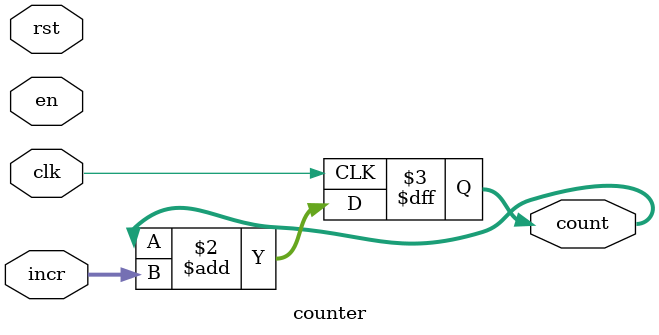
<source format=sv>
module counter #(
    parameter WIDTH = 8
)(
    input logic clk,
    input logic rst,
    input logic en,
    input logic [WIDTH-1:0] incr,
    output logic [WIDTH-1:0] count
);

always_ff @ (posedge clk)
    count <= count + incr;
endmodule

</source>
